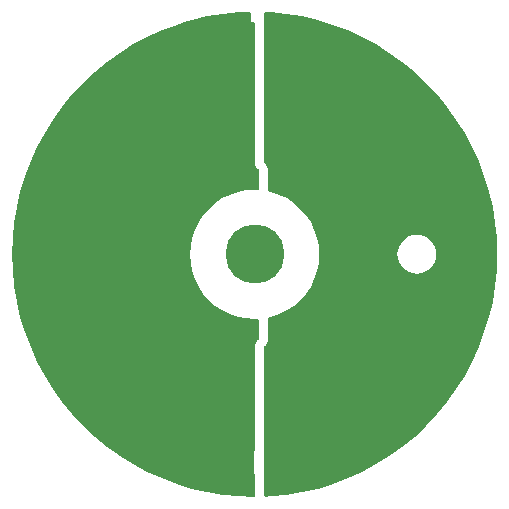
<source format=gbr>
G04 Layer_Physical_Order=1*
G04 Layer_Color=255*
%FSLAX25Y25*%
%MOIN*%
%TF.FileFunction,Copper,L1,Top,Signal*%
%TF.Part,Single*%
G01*
G75*
%TA.AperFunction,ConnectorPad*%
%ADD10C,0.31890*%
%TA.AperFunction,ConnectorPad*%
%ADD11C,0.19685*%
%TA.AperFunction,ViaPad*%
%ADD12C,0.01800*%
G36*
X398989Y474387D02*
X404255Y473869D01*
X409476Y473006D01*
X414629Y471805D01*
X419692Y470269D01*
X424644Y468405D01*
X429464Y466221D01*
X434130Y463727D01*
X438624Y460933D01*
X442925Y457851D01*
X447015Y454494D01*
X450877Y450877D01*
X454494Y447015D01*
X457851Y442925D01*
X460933Y438624D01*
X463727Y434130D01*
X466221Y429464D01*
X468405Y424644D01*
X470269Y419692D01*
X471805Y414629D01*
X473006Y409476D01*
X473869Y404255D01*
X474387Y398989D01*
X474560Y393701D01*
X474387Y388412D01*
X473869Y383147D01*
X473006Y377926D01*
X471805Y372773D01*
X470269Y367709D01*
X468405Y362757D01*
X466221Y357938D01*
X463727Y353271D01*
X460933Y348778D01*
X457851Y344477D01*
X454494Y340387D01*
X450877Y336525D01*
X447015Y332908D01*
X442925Y329551D01*
X438624Y326469D01*
X434130Y323675D01*
X429464Y321180D01*
X424644Y318996D01*
X419692Y317133D01*
X414629Y315597D01*
X409476Y314395D01*
X404255Y313533D01*
X398989Y313015D01*
X397119Y312953D01*
X397116Y312955D01*
X396727Y313441D01*
Y313456D01*
Y362655D01*
D01*
Y362853D01*
X396874Y363031D01*
X396909Y363033D01*
X396933Y363051D01*
X397058Y363166D01*
X397094Y363210D01*
X397140Y363245D01*
X397346Y363514D01*
X397562Y363775D01*
X397586Y363826D01*
X397621Y363872D01*
X397750Y364185D01*
X397891Y364493D01*
X397901Y364549D01*
X397923Y364601D01*
X397967Y364937D01*
X398024Y365271D01*
X398019Y365328D01*
X398026Y365385D01*
Y371871D01*
X398019Y371921D01*
X398024Y371970D01*
X397968Y372311D01*
X397928Y372617D01*
X399278Y372886D01*
X401947Y373792D01*
X404475Y375039D01*
X406819Y376605D01*
X408938Y378463D01*
X410797Y380582D01*
X412363Y382926D01*
X413610Y385454D01*
X414516Y388123D01*
X415065Y390888D01*
X415250Y393701D01*
X415065Y396514D01*
X414516Y399278D01*
X413610Y401947D01*
X412363Y404475D01*
X410797Y406819D01*
X408938Y408938D01*
X406819Y410797D01*
X404475Y412363D01*
X401947Y413610D01*
X399278Y414516D01*
X397928Y414784D01*
X397968Y415090D01*
X398024Y415431D01*
X398019Y415481D01*
X398026Y415530D01*
Y422017D01*
X398019Y422073D01*
X398024Y422130D01*
X397967Y422464D01*
X397923Y422800D01*
X397901Y422853D01*
X397891Y422909D01*
X397750Y423217D01*
X397621Y423530D01*
X397586Y423575D01*
X397562Y423627D01*
X397346Y423888D01*
X397140Y424157D01*
X397094Y424191D01*
X397058Y424235D01*
X396933Y424351D01*
X396909Y424368D01*
X396874Y424370D01*
X396727Y424548D01*
Y424747D01*
Y470583D01*
Y473945D01*
D01*
Y473961D01*
X397116Y474446D01*
X397119Y474448D01*
X398989Y474387D01*
D02*
G37*
G36*
X392531Y474164D02*
X392553Y471000D01*
X393500D01*
X393701Y470583D01*
Y424548D01*
X393734Y424296D01*
X393743Y424042D01*
X393785Y423906D01*
X393804Y423765D01*
X393901Y423530D01*
X393976Y423287D01*
X394052Y423167D01*
X394106Y423036D01*
X394261Y422834D01*
X394397Y422618D01*
X394544Y422440D01*
X394586Y422401D01*
X394618Y422354D01*
X394875Y422133D01*
X395000Y422017D01*
Y415530D01*
X394635Y415189D01*
X393701Y415250D01*
X390888Y415065D01*
X388123Y414516D01*
X385454Y413610D01*
X382926Y412363D01*
X380582Y410797D01*
X378463Y408938D01*
X376605Y406819D01*
X375039Y404475D01*
X373792Y401947D01*
X372886Y399278D01*
X372336Y396514D01*
X372152Y393701D01*
X372336Y390888D01*
X372886Y388123D01*
X373792Y385454D01*
X375039Y382926D01*
X376605Y380582D01*
X378463Y378463D01*
X380582Y376605D01*
X382926Y375039D01*
X385454Y373792D01*
X388123Y372886D01*
X390888Y372336D01*
X393701Y372152D01*
X394635Y372213D01*
X395000Y371871D01*
Y365385D01*
X394875Y365269D01*
X394618Y365048D01*
X394586Y365001D01*
X394544Y364962D01*
X394397Y364784D01*
X394261Y364568D01*
X394106Y364366D01*
X394052Y364235D01*
X393976Y364115D01*
X393901Y363872D01*
X393804Y363636D01*
X393785Y363495D01*
X393744Y363360D01*
X393734Y363106D01*
X393701Y362853D01*
Y328000D01*
X393568D01*
X393673Y313203D01*
X393315Y312854D01*
X388412Y313015D01*
X383147Y313533D01*
X377926Y314395D01*
X372773Y315597D01*
X367709Y317133D01*
X362757Y318996D01*
X357938Y321180D01*
X353271Y323675D01*
X348778Y326469D01*
X347432Y327432D01*
X344477Y329551D01*
X340387Y332908D01*
X336525Y336525D01*
X332908Y340387D01*
X329551Y344477D01*
X326469Y348778D01*
X323675Y353271D01*
X321180Y357938D01*
X318996Y362757D01*
X317133Y367709D01*
X315597Y372773D01*
X314395Y377926D01*
X313533Y383147D01*
X313015Y388412D01*
X312841Y393701D01*
X313015Y398989D01*
X313533Y404255D01*
X314395Y409476D01*
X315597Y414629D01*
X317133Y419692D01*
X318996Y424644D01*
X321180Y429464D01*
X323675Y434130D01*
X326469Y438624D01*
X329551Y442925D01*
X332908Y447015D01*
X336525Y450877D01*
X340387Y454494D01*
X344477Y457851D01*
X348778Y460933D01*
X353271Y463727D01*
X357938Y466221D01*
X362757Y468405D01*
X367709Y470269D01*
X370119Y471000D01*
X372773Y471805D01*
X377926Y473006D01*
X383147Y473869D01*
X388412Y474387D01*
X392170Y474510D01*
X392531Y474164D01*
D02*
G37*
%LPC*%
G36*
X447736Y400153D02*
X446477Y400029D01*
X445267Y399662D01*
X444151Y399066D01*
X443174Y398263D01*
X442371Y397286D01*
X441775Y396170D01*
X441408Y394960D01*
X441284Y393701D01*
X441408Y392442D01*
X441775Y391232D01*
X442371Y390116D01*
X443174Y389138D01*
X444151Y388336D01*
X445267Y387740D01*
X446477Y387372D01*
X447736Y387248D01*
X448995Y387372D01*
X450205Y387740D01*
X451321Y388336D01*
X452299Y389138D01*
X453101Y390116D01*
X453697Y391232D01*
X454065Y392442D01*
X454189Y393701D01*
X454065Y394960D01*
X453697Y396170D01*
X453101Y397286D01*
X452299Y398263D01*
X451321Y399066D01*
X450205Y399662D01*
X448995Y400029D01*
X447736Y400153D01*
D02*
G37*
%LPD*%
D10*
X418947Y437428D02*
D03*
X343209Y393701D02*
D03*
X418947Y349973D02*
D03*
D11*
X366683Y440497D02*
D03*
X366683Y346905D02*
D03*
X393701Y393701D02*
D03*
D12*
X353000Y412500D02*
D03*
X351000D02*
D03*
X349000D02*
D03*
X347000D02*
D03*
X345000D02*
D03*
X343000D02*
D03*
X341000D02*
D03*
X339000D02*
D03*
Y414500D02*
D03*
X341000D02*
D03*
X343000D02*
D03*
X345000D02*
D03*
X347000D02*
D03*
X349000D02*
D03*
X351000D02*
D03*
X353000D02*
D03*
Y416500D02*
D03*
X351000D02*
D03*
X349000D02*
D03*
X347000D02*
D03*
X345000D02*
D03*
X343000D02*
D03*
X341000D02*
D03*
X339000D02*
D03*
Y418500D02*
D03*
X341000D02*
D03*
X343000D02*
D03*
X345000D02*
D03*
X347000D02*
D03*
X349000D02*
D03*
X351000D02*
D03*
X353000D02*
D03*
Y410500D02*
D03*
X351000D02*
D03*
X349000D02*
D03*
X347000D02*
D03*
X345000D02*
D03*
X343000D02*
D03*
X341000D02*
D03*
X339000D02*
D03*
X337000D02*
D03*
Y412500D02*
D03*
Y414500D02*
D03*
Y416500D02*
D03*
Y418500D02*
D03*
X335000D02*
D03*
Y416500D02*
D03*
Y414500D02*
D03*
Y412500D02*
D03*
Y410500D02*
D03*
X333000D02*
D03*
Y412500D02*
D03*
Y414500D02*
D03*
Y416500D02*
D03*
Y418500D02*
D03*
X331000D02*
D03*
Y416500D02*
D03*
Y414500D02*
D03*
Y412500D02*
D03*
Y410500D02*
D03*
X343000Y408500D02*
D03*
X345000D02*
D03*
X341000D02*
D03*
X347000D02*
D03*
X349000D02*
D03*
X351000D02*
D03*
X353000D02*
D03*
X339000D02*
D03*
X337000D02*
D03*
X335000D02*
D03*
X333000D02*
D03*
X331000D02*
D03*
Y406500D02*
D03*
X333000D02*
D03*
X335000D02*
D03*
X337000D02*
D03*
X339000D02*
D03*
X341000D02*
D03*
X343000D02*
D03*
X345000D02*
D03*
X347000D02*
D03*
X349000D02*
D03*
X351000D02*
D03*
X353000D02*
D03*
X364500Y428500D02*
D03*
X362500D02*
D03*
X360500D02*
D03*
X358500D02*
D03*
Y430500D02*
D03*
X360500D02*
D03*
X366500Y428500D02*
D03*
X368500D02*
D03*
X356500Y430500D02*
D03*
Y428500D02*
D03*
Y432500D02*
D03*
X354500D02*
D03*
Y430500D02*
D03*
Y428500D02*
D03*
Y434500D02*
D03*
Y436500D02*
D03*
Y438500D02*
D03*
Y440500D02*
D03*
Y442500D02*
D03*
Y444500D02*
D03*
Y446500D02*
D03*
Y448500D02*
D03*
X356500D02*
D03*
Y450500D02*
D03*
X354500D02*
D03*
Y452500D02*
D03*
X356500D02*
D03*
X358500Y450500D02*
D03*
Y452500D02*
D03*
X352500D02*
D03*
Y450500D02*
D03*
Y448500D02*
D03*
Y446500D02*
D03*
Y444500D02*
D03*
Y442500D02*
D03*
Y440500D02*
D03*
Y438500D02*
D03*
Y436500D02*
D03*
Y434500D02*
D03*
Y432500D02*
D03*
Y430500D02*
D03*
Y428500D02*
D03*
X350500D02*
D03*
Y430500D02*
D03*
Y432500D02*
D03*
Y434500D02*
D03*
Y436500D02*
D03*
Y438500D02*
D03*
Y440500D02*
D03*
Y442500D02*
D03*
Y444500D02*
D03*
Y446500D02*
D03*
Y448500D02*
D03*
Y450500D02*
D03*
Y452500D02*
D03*
X348500D02*
D03*
Y450500D02*
D03*
Y448500D02*
D03*
Y446500D02*
D03*
Y444500D02*
D03*
Y442500D02*
D03*
Y440500D02*
D03*
Y438500D02*
D03*
Y436500D02*
D03*
Y434500D02*
D03*
Y432500D02*
D03*
Y430500D02*
D03*
Y428500D02*
D03*
X355500Y356000D02*
D03*
X353500D02*
D03*
X355500Y354000D02*
D03*
X353500D02*
D03*
X355500Y352000D02*
D03*
X353500D02*
D03*
X355500Y350000D02*
D03*
X353500D02*
D03*
Y348000D02*
D03*
Y346000D02*
D03*
Y344000D02*
D03*
Y342000D02*
D03*
X355500D02*
D03*
Y340000D02*
D03*
X353500D02*
D03*
Y338000D02*
D03*
X355500D02*
D03*
X357500D02*
D03*
Y336000D02*
D03*
X355500D02*
D03*
X353500D02*
D03*
Y334000D02*
D03*
X355500D02*
D03*
X357500D02*
D03*
Y332000D02*
D03*
X353500D02*
D03*
X355500D02*
D03*
X353500Y330000D02*
D03*
X355500D02*
D03*
X357500D02*
D03*
X359500D02*
D03*
Y332000D02*
D03*
Y334000D02*
D03*
X361500D02*
D03*
Y332000D02*
D03*
Y330000D02*
D03*
X363500D02*
D03*
Y332000D02*
D03*
Y334000D02*
D03*
X365500D02*
D03*
Y332000D02*
D03*
Y330000D02*
D03*
Y328000D02*
D03*
X363500D02*
D03*
X361500D02*
D03*
X359500D02*
D03*
X357500D02*
D03*
X355500D02*
D03*
X353500D02*
D03*
X363500Y326000D02*
D03*
X361500D02*
D03*
X359500D02*
D03*
X357500D02*
D03*
X355500D02*
D03*
X353500D02*
D03*
X363500Y324000D02*
D03*
X361500D02*
D03*
X359500D02*
D03*
X357500D02*
D03*
X355500D02*
D03*
X353000Y376500D02*
D03*
X351000D02*
D03*
X349000D02*
D03*
X353000Y374500D02*
D03*
X351000D02*
D03*
X349000D02*
D03*
X347000Y376500D02*
D03*
Y374500D02*
D03*
X345000D02*
D03*
Y376500D02*
D03*
X343000D02*
D03*
Y374500D02*
D03*
X341000Y376500D02*
D03*
Y374500D02*
D03*
X339000D02*
D03*
Y376500D02*
D03*
X337000D02*
D03*
Y374500D02*
D03*
X335000D02*
D03*
Y376500D02*
D03*
X333000D02*
D03*
Y374500D02*
D03*
Y372500D02*
D03*
X335000D02*
D03*
X337000D02*
D03*
X339000D02*
D03*
X341000D02*
D03*
X343000D02*
D03*
X345000D02*
D03*
X347000D02*
D03*
X349000D02*
D03*
X351000D02*
D03*
X353000D02*
D03*
Y370500D02*
D03*
X351000D02*
D03*
X349000D02*
D03*
X347000D02*
D03*
X345000D02*
D03*
X343000D02*
D03*
X341000D02*
D03*
X339000D02*
D03*
X337000D02*
D03*
X335000D02*
D03*
X333000D02*
D03*
Y368500D02*
D03*
X335000D02*
D03*
X337000D02*
D03*
D03*
X339000D02*
D03*
X341000D02*
D03*
X343000D02*
D03*
X345000D02*
D03*
X347000D02*
D03*
X349000D02*
D03*
X351000D02*
D03*
X353000D02*
D03*
Y366500D02*
D03*
X351000D02*
D03*
X349000D02*
D03*
X347000D02*
D03*
X345000D02*
D03*
X343000D02*
D03*
X341000D02*
D03*
X339000D02*
D03*
X337000D02*
D03*
X335000D02*
D03*
X333000D02*
D03*
Y364500D02*
D03*
X335000D02*
D03*
X337000D02*
D03*
X339000D02*
D03*
X341000D02*
D03*
X343000D02*
D03*
X345000D02*
D03*
X347000D02*
D03*
X349000D02*
D03*
X351000D02*
D03*
X353000D02*
D03*
Y362500D02*
D03*
X351000D02*
D03*
X349000D02*
D03*
X347000D02*
D03*
X345000D02*
D03*
X343000D02*
D03*
X341000D02*
D03*
X339000D02*
D03*
X337000D02*
D03*
X335000D02*
D03*
X333000D02*
D03*
%TF.MD5,7481B023460D2DCA482B2E8D9F71C4AB*%
M02*

</source>
